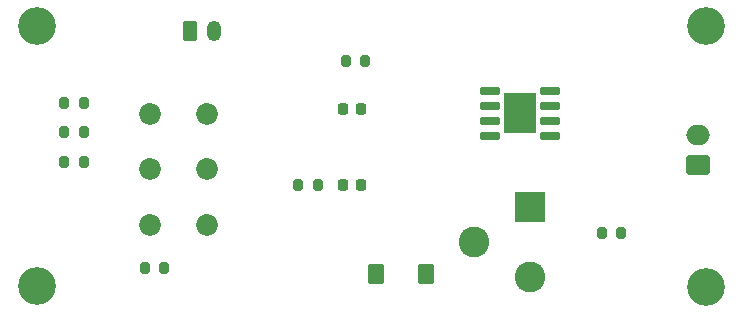
<source format=gts>
%TF.GenerationSoftware,KiCad,Pcbnew,9.0.1*%
%TF.CreationDate,2025-06-09T13:50:41-07:00*%
%TF.ProjectId,chop_battery_board,63686f70-5f62-4617-9474-6572795f626f,rev?*%
%TF.SameCoordinates,Original*%
%TF.FileFunction,Soldermask,Top*%
%TF.FilePolarity,Negative*%
%FSLAX46Y46*%
G04 Gerber Fmt 4.6, Leading zero omitted, Abs format (unit mm)*
G04 Created by KiCad (PCBNEW 9.0.1) date 2025-06-09 13:50:41*
%MOMM*%
%LPD*%
G01*
G04 APERTURE LIST*
G04 Aperture macros list*
%AMRoundRect*
0 Rectangle with rounded corners*
0 $1 Rounding radius*
0 $2 $3 $4 $5 $6 $7 $8 $9 X,Y pos of 4 corners*
0 Add a 4 corners polygon primitive as box body*
4,1,4,$2,$3,$4,$5,$6,$7,$8,$9,$2,$3,0*
0 Add four circle primitives for the rounded corners*
1,1,$1+$1,$2,$3*
1,1,$1+$1,$4,$5*
1,1,$1+$1,$6,$7*
1,1,$1+$1,$8,$9*
0 Add four rect primitives between the rounded corners*
20,1,$1+$1,$2,$3,$4,$5,0*
20,1,$1+$1,$4,$5,$6,$7,0*
20,1,$1+$1,$6,$7,$8,$9,0*
20,1,$1+$1,$8,$9,$2,$3,0*%
G04 Aperture macros list end*
%ADD10RoundRect,0.218750X-0.218750X-0.256250X0.218750X-0.256250X0.218750X0.256250X-0.218750X0.256250X0*%
%ADD11RoundRect,0.200000X-0.200000X-0.275000X0.200000X-0.275000X0.200000X0.275000X-0.200000X0.275000X0*%
%ADD12C,3.200000*%
%ADD13R,2.710000X3.400000*%
%ADD14RoundRect,0.150000X-0.737500X-0.150000X0.737500X-0.150000X0.737500X0.150000X-0.737500X0.150000X0*%
%ADD15RoundRect,0.200000X0.200000X0.275000X-0.200000X0.275000X-0.200000X-0.275000X0.200000X-0.275000X0*%
%ADD16RoundRect,0.180556X-0.469444X-0.699444X0.469444X-0.699444X0.469444X0.699444X-0.469444X0.699444X0*%
%ADD17C,1.850000*%
%ADD18R,2.600000X2.600000*%
%ADD19C,2.600000*%
%ADD20RoundRect,0.250000X0.750000X-0.600000X0.750000X0.600000X-0.750000X0.600000X-0.750000X-0.600000X0*%
%ADD21O,2.000000X1.700000*%
%ADD22RoundRect,0.250000X-0.350000X-0.625000X0.350000X-0.625000X0.350000X0.625000X-0.350000X0.625000X0*%
%ADD23O,1.200000X1.750000*%
G04 APERTURE END LIST*
D10*
%TO.C,D2*%
X173425000Y-117000000D03*
X175000000Y-117000000D03*
%TD*%
%TO.C,D3*%
X173425000Y-123500000D03*
X175000000Y-123500000D03*
%TD*%
D11*
%TO.C,R4*%
X169675000Y-123500000D03*
X171325000Y-123500000D03*
%TD*%
D12*
%TO.C,MK3*%
X147500000Y-132000000D03*
%TD*%
D11*
%TO.C,R7*%
X149850000Y-119000000D03*
X151500000Y-119000000D03*
%TD*%
%TO.C,R3*%
X173675000Y-113000000D03*
X175325000Y-113000000D03*
%TD*%
D12*
%TO.C,MK1*%
X147500000Y-110000000D03*
%TD*%
D13*
%TO.C,U1*%
X188437500Y-117405000D03*
D14*
X185875000Y-115500000D03*
X185875000Y-116770000D03*
X185875000Y-118040000D03*
X185875000Y-119310000D03*
X191000000Y-119310000D03*
X191000000Y-118040000D03*
X191000000Y-116770000D03*
X191000000Y-115500000D03*
%TD*%
D12*
%TO.C,MK4*%
X204174000Y-132080000D03*
%TD*%
D15*
%TO.C,R9*%
X197000000Y-127500000D03*
X195350000Y-127500000D03*
%TD*%
D11*
%TO.C,R5*%
X149850000Y-116500000D03*
X151500000Y-116500000D03*
%TD*%
D16*
%TO.C,D1*%
X176240000Y-131000000D03*
X180500000Y-131000000D03*
%TD*%
D12*
%TO.C,MK2*%
X204174000Y-110000000D03*
%TD*%
D15*
%TO.C,R6*%
X151500000Y-121500000D03*
X149850000Y-121500000D03*
%TD*%
D17*
%TO.C,SW1*%
X157085000Y-117429706D03*
X157085000Y-122129706D03*
X157085000Y-126829706D03*
X161915000Y-126829706D03*
X161915000Y-122129706D03*
X161915000Y-117429706D03*
%TD*%
D11*
%TO.C,R8*%
X156675000Y-130500000D03*
X158325000Y-130500000D03*
%TD*%
D18*
%TO.C,J1*%
X189250000Y-125300000D03*
D19*
X189250000Y-131300000D03*
X184550000Y-128300000D03*
%TD*%
D20*
%TO.C,J14*%
X203467500Y-121750000D03*
D21*
X203467500Y-119250000D03*
%TD*%
D22*
%TO.C,J13*%
X160500000Y-110450000D03*
D23*
X162500000Y-110450000D03*
%TD*%
M02*

</source>
